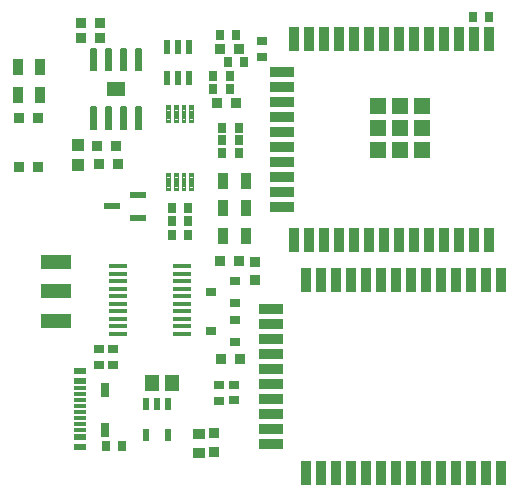
<source format=gbr>
G04 EAGLE Gerber RS-274X export*
G75*
%MOMM*%
%FSLAX34Y34*%
%LPD*%
%INSolderpaste Top*%
%IPPOS*%
%AMOC8*
5,1,8,0,0,1.08239X$1,22.5*%
G01*
%ADD10R,0.900000X0.900000*%
%ADD11R,1.000000X1.075000*%
%ADD12R,0.900000X2.000000*%
%ADD13R,2.000000X0.900000*%
%ADD14R,1.330000X1.330000*%
%ADD15R,0.900000X0.950000*%
%ADD16R,0.950000X0.900000*%
%ADD17R,0.650000X0.900000*%
%ADD18R,0.900000X1.400000*%
%ADD19R,0.900000X0.800000*%
%ADD20R,0.800000X0.940000*%
%ADD21R,0.940000X0.800000*%
%ADD22R,1.526000X0.435000*%
%ADD23R,2.500000X1.200000*%
%ADD24R,0.550000X1.200000*%
%ADD25C,0.100000*%
%ADD26R,1.640000X1.290000*%
%ADD27C,0.150000*%
%ADD28R,1.140000X0.600000*%
%ADD29R,1.140000X0.300000*%
%ADD30R,0.730000X1.210000*%
%ADD31R,1.320800X0.558800*%
%ADD32R,1.320800X0.508000*%
%ADD33R,0.550000X1.050000*%
%ADD34R,1.200000X1.450000*%
%ADD35R,1.000000X0.900000*%


D10*
X36450Y114480D03*
X52450Y114480D03*
X52450Y73480D03*
X36450Y73480D03*
D11*
X85725Y74685D03*
X85725Y91685D03*
D12*
X443760Y-22315D03*
X431060Y-22315D03*
X418360Y-22315D03*
X405660Y-22315D03*
X392960Y-22315D03*
X380260Y-22315D03*
X367560Y-22315D03*
X354860Y-22315D03*
X342160Y-22315D03*
X329460Y-22315D03*
X316760Y-22315D03*
X304060Y-22315D03*
X291360Y-22315D03*
X278660Y-22315D03*
D13*
X249610Y-46990D03*
X249610Y-59690D03*
X249610Y-72390D03*
X249610Y-85090D03*
X249610Y-97790D03*
X249610Y-110490D03*
X249610Y-123190D03*
X249610Y-135890D03*
X249610Y-148590D03*
X249610Y-161290D03*
D12*
X278660Y-185965D03*
X291360Y-185965D03*
X304060Y-185965D03*
X316760Y-185965D03*
X329460Y-185965D03*
X342160Y-185965D03*
X354860Y-185965D03*
X367560Y-185965D03*
X380260Y-185965D03*
X392960Y-185965D03*
X405660Y-185965D03*
X418360Y-185965D03*
X431060Y-185965D03*
X443760Y-185965D03*
X433600Y181520D03*
X420900Y181520D03*
X408200Y181520D03*
X395500Y181520D03*
X382800Y181520D03*
X370100Y181520D03*
X357400Y181520D03*
X344700Y181520D03*
X332000Y181520D03*
X319300Y181520D03*
X306600Y181520D03*
X293900Y181520D03*
X281200Y181520D03*
X268500Y181520D03*
D13*
X258500Y153670D03*
X258500Y140970D03*
X258500Y128270D03*
X258500Y115570D03*
X258500Y102870D03*
X258500Y90170D03*
X258500Y77470D03*
X258500Y64770D03*
X258500Y52070D03*
X258500Y39370D03*
D12*
X268500Y11520D03*
X281200Y11520D03*
X293900Y11520D03*
X306600Y11520D03*
X319300Y11520D03*
X332000Y11520D03*
X344700Y11520D03*
X357400Y11520D03*
X370100Y11520D03*
X382800Y11520D03*
X395500Y11520D03*
X408200Y11520D03*
X420900Y11520D03*
X433600Y11520D03*
D14*
X376950Y124870D03*
X376950Y106520D03*
X376950Y88170D03*
X358600Y124870D03*
X358600Y106520D03*
X358600Y88170D03*
X340250Y124870D03*
X340250Y106520D03*
X340250Y88170D03*
D15*
X223265Y-88900D03*
X207265Y-88900D03*
D16*
X236220Y-6605D03*
X236220Y-22605D03*
D15*
X221995Y-6350D03*
X205995Y-6350D03*
D17*
X222515Y85090D03*
X208015Y85090D03*
D18*
X227940Y61595D03*
X208940Y61595D03*
D19*
X218915Y-41885D03*
X218915Y-22885D03*
X198915Y-32385D03*
X218915Y-74905D03*
X218915Y-55905D03*
X198915Y-65405D03*
D20*
X434055Y200025D03*
X420655Y200025D03*
D21*
X241935Y166655D03*
X241935Y180055D03*
D22*
X174440Y-67950D03*
X174440Y-61590D03*
X174440Y-55250D03*
X174440Y-48890D03*
X174440Y-42550D03*
X174440Y-36190D03*
X174440Y-29850D03*
X174440Y-23490D03*
X174440Y-17150D03*
X174440Y-10790D03*
X120200Y-10790D03*
X120200Y-17150D03*
X120200Y-23490D03*
X120200Y-29850D03*
X120200Y-36190D03*
X120200Y-42550D03*
X120200Y-48890D03*
X120200Y-55250D03*
X120200Y-61590D03*
X120200Y-67950D03*
D17*
X208015Y106680D03*
X222515Y106680D03*
X208015Y95885D03*
X222515Y95885D03*
D18*
X208940Y15240D03*
X227940Y15240D03*
X208940Y38735D03*
X227940Y38735D03*
D20*
X165385Y15875D03*
X178785Y15875D03*
X178785Y38735D03*
X165385Y38735D03*
X165385Y27305D03*
X178785Y27305D03*
D23*
X67505Y-6750D03*
X67505Y-31750D03*
X67505Y-56750D03*
D24*
X161315Y148925D03*
X170815Y148925D03*
X180315Y148925D03*
X180315Y174925D03*
X161315Y174925D03*
X170815Y174925D03*
D25*
X180335Y126270D02*
X180335Y111670D01*
X180335Y126270D02*
X183335Y126270D01*
X183335Y111670D01*
X180335Y111670D01*
X180335Y112620D02*
X183335Y112620D01*
X183335Y113570D02*
X180335Y113570D01*
X180335Y114520D02*
X183335Y114520D01*
X183335Y115470D02*
X180335Y115470D01*
X180335Y116420D02*
X183335Y116420D01*
X183335Y117370D02*
X180335Y117370D01*
X180335Y118320D02*
X183335Y118320D01*
X183335Y119270D02*
X180335Y119270D01*
X180335Y120220D02*
X183335Y120220D01*
X183335Y121170D02*
X180335Y121170D01*
X180335Y122120D02*
X183335Y122120D01*
X183335Y123070D02*
X180335Y123070D01*
X180335Y124020D02*
X183335Y124020D01*
X183335Y124970D02*
X180335Y124970D01*
X180335Y125920D02*
X183335Y125920D01*
X173835Y126270D02*
X173835Y111670D01*
X173835Y126270D02*
X176835Y126270D01*
X176835Y111670D01*
X173835Y111670D01*
X173835Y112620D02*
X176835Y112620D01*
X176835Y113570D02*
X173835Y113570D01*
X173835Y114520D02*
X176835Y114520D01*
X176835Y115470D02*
X173835Y115470D01*
X173835Y116420D02*
X176835Y116420D01*
X176835Y117370D02*
X173835Y117370D01*
X173835Y118320D02*
X176835Y118320D01*
X176835Y119270D02*
X173835Y119270D01*
X173835Y120220D02*
X176835Y120220D01*
X176835Y121170D02*
X173835Y121170D01*
X173835Y122120D02*
X176835Y122120D01*
X176835Y123070D02*
X173835Y123070D01*
X173835Y124020D02*
X176835Y124020D01*
X176835Y124970D02*
X173835Y124970D01*
X173835Y125920D02*
X176835Y125920D01*
X167335Y126270D02*
X167335Y111670D01*
X167335Y126270D02*
X170335Y126270D01*
X170335Y111670D01*
X167335Y111670D01*
X167335Y112620D02*
X170335Y112620D01*
X170335Y113570D02*
X167335Y113570D01*
X167335Y114520D02*
X170335Y114520D01*
X170335Y115470D02*
X167335Y115470D01*
X167335Y116420D02*
X170335Y116420D01*
X170335Y117370D02*
X167335Y117370D01*
X167335Y118320D02*
X170335Y118320D01*
X170335Y119270D02*
X167335Y119270D01*
X167335Y120220D02*
X170335Y120220D01*
X170335Y121170D02*
X167335Y121170D01*
X167335Y122120D02*
X170335Y122120D01*
X170335Y123070D02*
X167335Y123070D01*
X167335Y124020D02*
X170335Y124020D01*
X170335Y124970D02*
X167335Y124970D01*
X167335Y125920D02*
X170335Y125920D01*
X160835Y126270D02*
X160835Y111670D01*
X160835Y126270D02*
X163835Y126270D01*
X163835Y111670D01*
X160835Y111670D01*
X160835Y112620D02*
X163835Y112620D01*
X163835Y113570D02*
X160835Y113570D01*
X160835Y114520D02*
X163835Y114520D01*
X163835Y115470D02*
X160835Y115470D01*
X160835Y116420D02*
X163835Y116420D01*
X163835Y117370D02*
X160835Y117370D01*
X160835Y118320D02*
X163835Y118320D01*
X163835Y119270D02*
X160835Y119270D01*
X160835Y120220D02*
X163835Y120220D01*
X163835Y121170D02*
X160835Y121170D01*
X160835Y122120D02*
X163835Y122120D01*
X163835Y123070D02*
X160835Y123070D01*
X160835Y124020D02*
X163835Y124020D01*
X163835Y124970D02*
X160835Y124970D01*
X160835Y125920D02*
X163835Y125920D01*
X160835Y68670D02*
X160835Y54070D01*
X160835Y68670D02*
X163835Y68670D01*
X163835Y54070D01*
X160835Y54070D01*
X160835Y55020D02*
X163835Y55020D01*
X163835Y55970D02*
X160835Y55970D01*
X160835Y56920D02*
X163835Y56920D01*
X163835Y57870D02*
X160835Y57870D01*
X160835Y58820D02*
X163835Y58820D01*
X163835Y59770D02*
X160835Y59770D01*
X160835Y60720D02*
X163835Y60720D01*
X163835Y61670D02*
X160835Y61670D01*
X160835Y62620D02*
X163835Y62620D01*
X163835Y63570D02*
X160835Y63570D01*
X160835Y64520D02*
X163835Y64520D01*
X163835Y65470D02*
X160835Y65470D01*
X160835Y66420D02*
X163835Y66420D01*
X163835Y67370D02*
X160835Y67370D01*
X160835Y68320D02*
X163835Y68320D01*
X167335Y68670D02*
X167335Y54070D01*
X167335Y68670D02*
X170335Y68670D01*
X170335Y54070D01*
X167335Y54070D01*
X167335Y55020D02*
X170335Y55020D01*
X170335Y55970D02*
X167335Y55970D01*
X167335Y56920D02*
X170335Y56920D01*
X170335Y57870D02*
X167335Y57870D01*
X167335Y58820D02*
X170335Y58820D01*
X170335Y59770D02*
X167335Y59770D01*
X167335Y60720D02*
X170335Y60720D01*
X170335Y61670D02*
X167335Y61670D01*
X167335Y62620D02*
X170335Y62620D01*
X170335Y63570D02*
X167335Y63570D01*
X167335Y64520D02*
X170335Y64520D01*
X170335Y65470D02*
X167335Y65470D01*
X167335Y66420D02*
X170335Y66420D01*
X170335Y67370D02*
X167335Y67370D01*
X167335Y68320D02*
X170335Y68320D01*
X173835Y68670D02*
X173835Y54070D01*
X173835Y68670D02*
X176835Y68670D01*
X176835Y54070D01*
X173835Y54070D01*
X173835Y55020D02*
X176835Y55020D01*
X176835Y55970D02*
X173835Y55970D01*
X173835Y56920D02*
X176835Y56920D01*
X176835Y57870D02*
X173835Y57870D01*
X173835Y58820D02*
X176835Y58820D01*
X176835Y59770D02*
X173835Y59770D01*
X173835Y60720D02*
X176835Y60720D01*
X176835Y61670D02*
X173835Y61670D01*
X173835Y62620D02*
X176835Y62620D01*
X176835Y63570D02*
X173835Y63570D01*
X173835Y64520D02*
X176835Y64520D01*
X176835Y65470D02*
X173835Y65470D01*
X173835Y66420D02*
X176835Y66420D01*
X176835Y67370D02*
X173835Y67370D01*
X173835Y68320D02*
X176835Y68320D01*
X180335Y68670D02*
X180335Y54070D01*
X180335Y68670D02*
X183335Y68670D01*
X183335Y54070D01*
X180335Y54070D01*
X180335Y55020D02*
X183335Y55020D01*
X183335Y55970D02*
X180335Y55970D01*
X180335Y56920D02*
X183335Y56920D01*
X183335Y57870D02*
X180335Y57870D01*
X180335Y58820D02*
X183335Y58820D01*
X183335Y59770D02*
X180335Y59770D01*
X180335Y60720D02*
X183335Y60720D01*
X183335Y61670D02*
X180335Y61670D01*
X180335Y62620D02*
X183335Y62620D01*
X183335Y63570D02*
X180335Y63570D01*
X180335Y64520D02*
X183335Y64520D01*
X183335Y65470D02*
X180335Y65470D01*
X180335Y66420D02*
X183335Y66420D01*
X183335Y67370D02*
X180335Y67370D01*
X180335Y68320D02*
X183335Y68320D01*
D26*
X118110Y139700D03*
D27*
X101310Y124050D02*
X101310Y105850D01*
X96810Y105850D01*
X96810Y124050D01*
X101310Y124050D01*
X101310Y107275D02*
X96810Y107275D01*
X96810Y108700D02*
X101310Y108700D01*
X101310Y110125D02*
X96810Y110125D01*
X96810Y111550D02*
X101310Y111550D01*
X101310Y112975D02*
X96810Y112975D01*
X96810Y114400D02*
X101310Y114400D01*
X101310Y115825D02*
X96810Y115825D01*
X96810Y117250D02*
X101310Y117250D01*
X101310Y118675D02*
X96810Y118675D01*
X96810Y120100D02*
X101310Y120100D01*
X101310Y121525D02*
X96810Y121525D01*
X96810Y122950D02*
X101310Y122950D01*
X114010Y124050D02*
X114010Y105850D01*
X109510Y105850D01*
X109510Y124050D01*
X114010Y124050D01*
X114010Y107275D02*
X109510Y107275D01*
X109510Y108700D02*
X114010Y108700D01*
X114010Y110125D02*
X109510Y110125D01*
X109510Y111550D02*
X114010Y111550D01*
X114010Y112975D02*
X109510Y112975D01*
X109510Y114400D02*
X114010Y114400D01*
X114010Y115825D02*
X109510Y115825D01*
X109510Y117250D02*
X114010Y117250D01*
X114010Y118675D02*
X109510Y118675D01*
X109510Y120100D02*
X114010Y120100D01*
X114010Y121525D02*
X109510Y121525D01*
X109510Y122950D02*
X114010Y122950D01*
X126710Y124050D02*
X126710Y105850D01*
X122210Y105850D01*
X122210Y124050D01*
X126710Y124050D01*
X126710Y107275D02*
X122210Y107275D01*
X122210Y108700D02*
X126710Y108700D01*
X126710Y110125D02*
X122210Y110125D01*
X122210Y111550D02*
X126710Y111550D01*
X126710Y112975D02*
X122210Y112975D01*
X122210Y114400D02*
X126710Y114400D01*
X126710Y115825D02*
X122210Y115825D01*
X122210Y117250D02*
X126710Y117250D01*
X126710Y118675D02*
X122210Y118675D01*
X122210Y120100D02*
X126710Y120100D01*
X126710Y121525D02*
X122210Y121525D01*
X122210Y122950D02*
X126710Y122950D01*
X139410Y124050D02*
X139410Y105850D01*
X134910Y105850D01*
X134910Y124050D01*
X139410Y124050D01*
X139410Y107275D02*
X134910Y107275D01*
X134910Y108700D02*
X139410Y108700D01*
X139410Y110125D02*
X134910Y110125D01*
X134910Y111550D02*
X139410Y111550D01*
X139410Y112975D02*
X134910Y112975D01*
X134910Y114400D02*
X139410Y114400D01*
X139410Y115825D02*
X134910Y115825D01*
X134910Y117250D02*
X139410Y117250D01*
X139410Y118675D02*
X134910Y118675D01*
X134910Y120100D02*
X139410Y120100D01*
X139410Y121525D02*
X134910Y121525D01*
X134910Y122950D02*
X139410Y122950D01*
X139410Y155350D02*
X139410Y173550D01*
X139410Y155350D02*
X134910Y155350D01*
X134910Y173550D01*
X139410Y173550D01*
X139410Y156775D02*
X134910Y156775D01*
X134910Y158200D02*
X139410Y158200D01*
X139410Y159625D02*
X134910Y159625D01*
X134910Y161050D02*
X139410Y161050D01*
X139410Y162475D02*
X134910Y162475D01*
X134910Y163900D02*
X139410Y163900D01*
X139410Y165325D02*
X134910Y165325D01*
X134910Y166750D02*
X139410Y166750D01*
X139410Y168175D02*
X134910Y168175D01*
X134910Y169600D02*
X139410Y169600D01*
X139410Y171025D02*
X134910Y171025D01*
X134910Y172450D02*
X139410Y172450D01*
X126710Y173550D02*
X126710Y155350D01*
X122210Y155350D01*
X122210Y173550D01*
X126710Y173550D01*
X126710Y156775D02*
X122210Y156775D01*
X122210Y158200D02*
X126710Y158200D01*
X126710Y159625D02*
X122210Y159625D01*
X122210Y161050D02*
X126710Y161050D01*
X126710Y162475D02*
X122210Y162475D01*
X122210Y163900D02*
X126710Y163900D01*
X126710Y165325D02*
X122210Y165325D01*
X122210Y166750D02*
X126710Y166750D01*
X126710Y168175D02*
X122210Y168175D01*
X122210Y169600D02*
X126710Y169600D01*
X126710Y171025D02*
X122210Y171025D01*
X122210Y172450D02*
X126710Y172450D01*
X114010Y173550D02*
X114010Y155350D01*
X109510Y155350D01*
X109510Y173550D01*
X114010Y173550D01*
X114010Y156775D02*
X109510Y156775D01*
X109510Y158200D02*
X114010Y158200D01*
X114010Y159625D02*
X109510Y159625D01*
X109510Y161050D02*
X114010Y161050D01*
X114010Y162475D02*
X109510Y162475D01*
X109510Y163900D02*
X114010Y163900D01*
X114010Y165325D02*
X109510Y165325D01*
X109510Y166750D02*
X114010Y166750D01*
X114010Y168175D02*
X109510Y168175D01*
X109510Y169600D02*
X114010Y169600D01*
X114010Y171025D02*
X109510Y171025D01*
X109510Y172450D02*
X114010Y172450D01*
X101310Y173550D02*
X101310Y155350D01*
X96810Y155350D01*
X96810Y173550D01*
X101310Y173550D01*
X101310Y156775D02*
X96810Y156775D01*
X96810Y158200D02*
X101310Y158200D01*
X101310Y159625D02*
X96810Y159625D01*
X96810Y161050D02*
X101310Y161050D01*
X101310Y162475D02*
X96810Y162475D01*
X96810Y163900D02*
X101310Y163900D01*
X101310Y165325D02*
X96810Y165325D01*
X96810Y166750D02*
X101310Y166750D01*
X101310Y168175D02*
X96810Y168175D01*
X96810Y169600D02*
X101310Y169600D01*
X101310Y171025D02*
X96810Y171025D01*
X96810Y172450D02*
X101310Y172450D01*
D28*
X87505Y-99445D03*
X87505Y-107445D03*
D29*
X87505Y-128945D03*
X87505Y-123945D03*
X87505Y-118945D03*
X87505Y-113945D03*
X87505Y-133945D03*
X87505Y-138945D03*
X87505Y-143945D03*
X87505Y-148945D03*
D28*
X87505Y-155445D03*
X87505Y-163445D03*
D15*
X104520Y182245D03*
X88520Y182245D03*
D18*
X34950Y158115D03*
X53950Y158115D03*
X34950Y133985D03*
X53950Y133985D03*
D15*
X104520Y194945D03*
X88520Y194945D03*
X102490Y91440D03*
X118490Y91440D03*
D30*
X108585Y-115280D03*
X108585Y-148880D03*
D31*
X136652Y30607D03*
X136652Y49403D03*
D32*
X114808Y40005D03*
D21*
X205105Y-111410D03*
X205105Y-124810D03*
X218440Y-110775D03*
X218440Y-124175D03*
X104140Y-80930D03*
X104140Y-94330D03*
X115570Y-80930D03*
X115570Y-94330D03*
D15*
X206630Y173355D03*
X222630Y173355D03*
D20*
X220060Y184785D03*
X206660Y184785D03*
D15*
X219455Y127635D03*
X203455Y127635D03*
D20*
X213010Y161925D03*
X226410Y161925D03*
D17*
X214895Y150495D03*
X200395Y150495D03*
X200395Y139065D03*
X214895Y139065D03*
D15*
X103760Y76200D03*
X119760Y76200D03*
D33*
X162535Y-127335D03*
X153035Y-127335D03*
X143535Y-127335D03*
X143535Y-153335D03*
X162535Y-153335D03*
D20*
X109505Y-163195D03*
X122905Y-163195D03*
D34*
X148345Y-109855D03*
X165345Y-109855D03*
D16*
X201295Y-168020D03*
X201295Y-152020D03*
D35*
X188595Y-168655D03*
X188595Y-152655D03*
M02*

</source>
